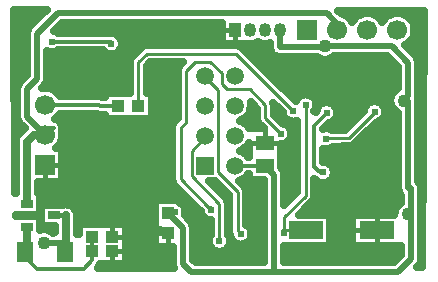
<source format=gbr>
G04 DipTrace 3.3.1.3*
G04 Bottom.gbr*
%MOIN*%
G04 #@! TF.FileFunction,Copper,L2,Bot*
G04 #@! TF.Part,Single*
G04 #@! TA.AperFunction,Conductor*
%ADD10C,0.009843*%
%ADD14C,0.011811*%
%ADD15C,0.019685*%
%ADD17C,0.027559*%
G04 #@! TA.AperFunction,CopperBalancing*
%ADD19C,0.015748*%
%ADD20C,0.025*%
%ADD21R,0.043307X0.03937*%
%ADD22R,0.03937X0.043307*%
%ADD23R,0.059055X0.051181*%
%ADD26R,0.055118X0.070866*%
G04 #@! TA.AperFunction,ComponentPad*
%ADD29R,0.05937X0.05937*%
%ADD30C,0.05937*%
%ADD32R,0.041339X0.025591*%
G04 #@! TA.AperFunction,ComponentPad*
%ADD33R,0.066929X0.066929*%
%ADD34C,0.066929*%
%ADD35R,0.11811X0.059055*%
G04 #@! TA.AperFunction,ComponentPad*
%ADD36R,0.041339X0.045276*%
%ADD37O,0.041339X0.045276*%
G04 #@! TA.AperFunction,ViaPad*
%ADD44C,0.024409*%
%ADD45C,0.043307*%
%FSLAX26Y26*%
G04*
G70*
G90*
G75*
G01*
G04 Bottom*
%LPD*%
X935677Y619529D2*
D15*
Y623744D1*
X959604D1*
X1309852Y1228508D2*
Y1172790D1*
X1457408D1*
X1460541Y1175923D1*
X1682526D1*
X1737614Y1120835D1*
Y1008720D1*
X1723600Y994706D1*
X1737741D1*
Y701984D1*
X1748470D1*
Y626558D1*
Y467820D1*
X1705287Y424638D1*
X1291888D1*
Y422219D1*
X1015352D1*
X986433Y451138D1*
Y571228D1*
X938133Y619529D1*
X935677D1*
X1260549Y778093D2*
D14*
X1166892D1*
Y771572D1*
X1160412Y778052D1*
X1291888Y424638D2*
D15*
Y746753D1*
X1260549Y778093D1*
X1736902Y614990D2*
X1748470Y626558D1*
X527479Y880333D2*
D14*
X489864D1*
D17*
X466303Y856773D1*
Y649241D1*
X820332Y1287016D2*
D15*
X1465852D1*
X1502024Y1250844D1*
Y1230612D1*
X555892Y904531D2*
D14*
X527479D1*
Y880333D1*
X510377Y904531D2*
X527479D1*
Y880333D2*
D15*
X468652Y939160D1*
Y1034192D1*
X500129Y1065668D1*
Y1217656D1*
X569488Y1287016D1*
X820332D1*
X1396182Y979909D2*
D10*
Y677154D1*
X1324392Y605364D1*
Y553239D1*
X1316031Y561600D1*
X1395667D1*
X1060412Y878052D2*
Y872154D1*
X1015774Y827516D1*
Y743123D1*
X1108686Y650211D1*
Y525858D1*
X1060412Y1078052D2*
Y1074754D1*
X1103660Y1031507D1*
Y756404D1*
X1168953Y691112D1*
Y560719D1*
X1179707Y549965D1*
X1465445Y867012D2*
Y869820D1*
X1539112D1*
X1625934Y956643D1*
X1081157Y630508D2*
Y640261D1*
X1072055D1*
X979400Y732916D1*
Y904550D1*
X998407Y923556D1*
Y1094829D1*
X1027824Y1124247D1*
X1078329D1*
X1116780Y1085797D1*
Y1050797D1*
X1135400Y1032176D1*
X1208995D1*
X1261310Y979861D1*
Y936413D1*
X1313625Y884098D1*
X527479Y980333D2*
D14*
X706719D1*
X711453Y975600D1*
X770999D1*
X556854Y611840D2*
D19*
X596228D1*
D17*
Y493567D1*
D19*
X593038Y490377D1*
X523999Y521508D2*
D15*
X593038D1*
Y490377D1*
X466303Y574438D2*
D17*
Y490377D1*
D14*
X459180D1*
X443210D1*
X499041Y434546D1*
X657602D1*
X685131Y462075D1*
Y492033D1*
X683730D1*
Y538005D1*
X684858Y539134D1*
X1454488Y755122D2*
D10*
X1443423D1*
D14*
X1423808Y774736D1*
Y911038D1*
X1466428Y953657D1*
X837928Y975600D2*
D10*
Y1122890D1*
X866542Y1151504D1*
X1163161D1*
X1354781Y959885D1*
X747938Y1184180D2*
D14*
Y1191367D1*
X551487D1*
D44*
X959604Y623744D3*
D45*
X1723600Y994706D3*
X1460541Y1175923D3*
X1736902Y614990D3*
D44*
X820332Y1287016D3*
D3*
X1396182Y979909D3*
X1324392Y553239D3*
X1108686Y525858D3*
X1179707Y549965D3*
X1465445Y867012D3*
X1625934Y956643D3*
X1081157Y630508D3*
X1313625Y884098D3*
D45*
X523999Y521508D3*
D44*
X1454488Y755122D3*
X1466428Y953657D3*
X1354781Y959885D3*
X1466428Y953657D3*
X747938Y1184180D3*
X551487Y1191367D3*
X1700173Y854752D3*
X1483399Y696827D3*
X1661156Y1030056D3*
X1463766Y1029907D3*
X1319343Y1127322D3*
X1777290Y1031706D3*
X1504365Y916010D3*
X1311661Y963390D3*
X872705Y1244102D3*
X963196Y1192039D3*
X947177Y723451D3*
X946457Y450861D3*
X698232Y1112556D3*
X867175Y921425D3*
X906633Y565552D3*
X1533874Y719684D3*
X1506896Y757336D3*
X918259Y1063270D3*
X1341060Y737041D3*
X1508751Y1142529D3*
X508112Y646970D3*
X1060698Y1252622D3*
X767366Y900638D3*
X1771133Y824934D3*
X1618567Y820385D3*
X904780Y839104D3*
X786585Y1145883D3*
X775945Y688042D3*
X1490920Y496319D3*
X432942Y903789D3*
X430747Y818063D3*
X1550315Y1271699D3*
X1550454Y646541D3*
X1617467Y647581D3*
X704062Y876462D3*
X1774556Y768814D3*
X725780Y448820D3*
X427177Y1272165D2*
D20*
X505213D1*
X1543247D2*
X1560818D1*
X1643220D2*
X1660827D1*
X1743229D2*
X1786888D1*
X427356Y1247297D2*
X480345D1*
X579182D2*
X1115710D1*
X1758803D2*
X1786781D1*
X427536Y1222428D2*
X464807D1*
X571252D2*
X1115710D1*
X1760705D2*
X1786637D1*
X427679Y1197559D2*
X464448D1*
X783363D2*
X1115710D1*
X1750693D2*
X1786529D1*
X427859Y1172690D2*
X464448D1*
X784045D2*
X845359D1*
X1184333D2*
X1274175D1*
X1735155D2*
X1786422D1*
X428002Y1147822D2*
X464448D1*
X535798D2*
X820420D1*
X1209309D2*
X1285514D1*
X1760023D2*
X1786278D1*
X428182Y1122953D2*
X464448D1*
X535798D2*
X807178D1*
X880430D2*
X984087D1*
X1234176D2*
X1686090D1*
X1773229D2*
X1786171D1*
X428361Y1098084D2*
X464448D1*
X535798D2*
X807178D1*
X868660D2*
X967832D1*
X1259044D2*
X1701950D1*
X1773300D2*
X1786063D1*
X428505Y1073215D2*
X458276D1*
X535798D2*
X807178D1*
X868660D2*
X967652D1*
X1283912D2*
X1701950D1*
X1773300D2*
X1785919D1*
X530918Y1048346D2*
X807178D1*
X868660D2*
X967652D1*
X1308780D2*
X1701950D1*
X1773300D2*
X1785812D1*
X566910Y1023478D2*
X807178D1*
X868660D2*
X967652D1*
X1333647D2*
X1686520D1*
X885418Y998609D2*
X967652D1*
X1428884D2*
X1676293D1*
X885418Y973740D2*
X967652D1*
X1498248D2*
X1592288D1*
X1659583D2*
X1681317D1*
X577244Y948871D2*
X697121D1*
X885418D2*
X967652D1*
X1207155D2*
X1230576D1*
X1292057D2*
X1318492D1*
X1504133D2*
X1575710D1*
X1663100D2*
X1702058D1*
X580187Y924003D2*
X956421D1*
X1189357D2*
X1233447D1*
X1316172D2*
X1365429D1*
X1488488D2*
X1550842D1*
X1642467D2*
X1702058D1*
X429653Y899134D2*
X453683D1*
X587113D2*
X948670D1*
X1348324D2*
X1365429D1*
X1483141D2*
X1525974D1*
X1610888D2*
X1702058D1*
X586431Y874265D2*
X948670D1*
X1350262D2*
X1365429D1*
X1586021D2*
X1702058D1*
X577603Y849396D2*
X948670D1*
X1323743D2*
X1365429D1*
X1561117D2*
X1702058D1*
X586754Y824528D2*
X948670D1*
X1188424D2*
X1205206D1*
X1315920D2*
X1365429D1*
X1455546D2*
X1702058D1*
X586754Y799659D2*
X948670D1*
X1315920D2*
X1365429D1*
X1455546D2*
X1702058D1*
X586754Y774790D2*
X948670D1*
X1315920D2*
X1365429D1*
X1486586D2*
X1702058D1*
X586754Y749921D2*
X948670D1*
X1327403D2*
X1365429D1*
X1492148D2*
X1702058D1*
X586754Y725052D2*
X949782D1*
X1177443D2*
X1256233D1*
X1327547D2*
X1365429D1*
X1475928D2*
X1702058D1*
X505907Y700184D2*
X969698D1*
X1101154D2*
X1117433D1*
X1198220D2*
X1256233D1*
X1327547D2*
X1365429D1*
X1426946D2*
X1702130D1*
X512796Y675315D2*
X994565D1*
X1199692D2*
X1256233D1*
X1327547D2*
X1351900D1*
X1426874D2*
X1712787D1*
X512796Y650446D2*
X890178D1*
X985535D2*
X1019433D1*
X1199692D2*
X1256233D1*
X1411911D2*
X1706723D1*
X633188Y625577D2*
X890178D1*
X997592D2*
X1043476D1*
X1199692D2*
X1256233D1*
X1387043D2*
X1690683D1*
X635843Y600709D2*
X890178D1*
X1006348D2*
X1059301D1*
X1199692D2*
X1256233D1*
X1480557D2*
X1548330D1*
X799260Y575840D2*
X890178D1*
X1021778D2*
X1077924D1*
X1206545D2*
X1256233D1*
X1480557D2*
X1548330D1*
X799260Y550971D2*
X890178D1*
X1022101D2*
X1077924D1*
X1217741D2*
X1256233D1*
X1480557D2*
X1548330D1*
X799260Y526102D2*
X890178D1*
X1022101D2*
X1070640D1*
X1208519D2*
X1256233D1*
X1480557D2*
X1548330D1*
X799260Y501234D2*
X950751D1*
X1022101D2*
X1080580D1*
X1136787D2*
X1256233D1*
X1327547D2*
X1712787D1*
X798148Y476365D2*
X950751D1*
X1022101D2*
X1256233D1*
X1327547D2*
X1707620D1*
X798148Y451496D2*
X950751D1*
X901852Y664509D2*
X978689D1*
Y653708D1*
X982680Y650762D1*
X986622Y646820D1*
X989899Y642309D1*
X992430Y637341D1*
X994153Y632039D1*
X995026Y626532D1*
Y620956D1*
X994153Y615449D1*
X992970Y611609D1*
X1011655Y592770D1*
X1014715Y588559D1*
X1017078Y583922D1*
X1018686Y578972D1*
X1019500Y573831D1*
X1019602Y506924D1*
Y464904D1*
X1029095Y455384D1*
X1258754Y455388D1*
X1258719Y729187D1*
X1207694Y729176D1*
Y748876D1*
X1204677Y748861D1*
X1200723Y743623D1*
X1194841Y737741D1*
X1188111Y732852D1*
X1180699Y729075D1*
X1173335Y726659D1*
X1190433Y709457D1*
X1193038Y705871D1*
X1195051Y701922D1*
X1196420Y697706D1*
X1197114Y693328D1*
X1197201Y599248D1*
Y580911D1*
X1202783Y576983D1*
X1206726Y573040D1*
X1210003Y568530D1*
X1212534Y563562D1*
X1214257Y558259D1*
X1215129Y552752D1*
Y547177D1*
X1214257Y541670D1*
X1212534Y536367D1*
X1210003Y531399D1*
X1206726Y526889D1*
X1202783Y522946D1*
X1198273Y519669D1*
X1193305Y517138D1*
X1188002Y515415D1*
X1182495Y514543D1*
X1176920D1*
X1171413Y515415D1*
X1166110Y517138D1*
X1161142Y519669D1*
X1156631Y522946D1*
X1152689Y526889D1*
X1149412Y531399D1*
X1146881Y536367D1*
X1145158Y541670D1*
X1144320Y546885D1*
X1142087Y551990D1*
X1141052Y556300D1*
X1140705Y560719D1*
Y679388D1*
X1095051Y725040D1*
X1073801D1*
X1130166Y668557D1*
X1132772Y664971D1*
X1134784Y661021D1*
X1136154Y656806D1*
X1136847Y652428D1*
X1136935Y558348D1*
Y547403D1*
X1140345Y541989D1*
X1142479Y536838D1*
X1143780Y531417D1*
X1144218Y525858D1*
X1143780Y520300D1*
X1142479Y514878D1*
X1140345Y509727D1*
X1137432Y504973D1*
X1133811Y500734D1*
X1129571Y497113D1*
X1124817Y494199D1*
X1119666Y492066D1*
X1114245Y490764D1*
X1108686Y490327D1*
X1103128Y490764D1*
X1097707Y492066D1*
X1092555Y494199D1*
X1087801Y497113D1*
X1083562Y500734D1*
X1079941Y504973D1*
X1077028Y509727D1*
X1074894Y514878D1*
X1073592Y520300D1*
X1073155Y525858D1*
X1073592Y531417D1*
X1074894Y536838D1*
X1077028Y541989D1*
X1080433Y547368D1*
X1080438Y595007D1*
X1075599Y595414D1*
X1070178Y596715D1*
X1065027Y598849D1*
X1060273Y601762D1*
X1056033Y605383D1*
X1052412Y609623D1*
X1049499Y614377D1*
X1047365Y619528D1*
X1046063Y624950D1*
X1045585Y626782D1*
X957920Y714570D1*
X955315Y718156D1*
X953302Y722106D1*
X951933Y726322D1*
X951239Y730700D1*
X951152Y824780D1*
X951239Y906766D1*
X951933Y911144D1*
X953302Y915360D1*
X955315Y919309D1*
X957920Y922896D1*
X970159Y935257D1*
X970246Y1097046D1*
X970939Y1101424D1*
X972309Y1105639D1*
X974321Y1109589D1*
X976927Y1113175D1*
X986882Y1123253D1*
X878277Y1123256D1*
X866192Y1111205D1*
X866176Y1018646D1*
X882908Y1018611D1*
Y932588D1*
X726019D1*
Y946403D1*
X709159Y946457D1*
X704629Y947175D1*
X700266Y948592D1*
X696171Y950680D1*
X679160Y951101D1*
X576137D1*
X573424Y946952D1*
X567637Y940176D1*
X560860Y934388D1*
X559571Y933527D1*
X564926Y932333D1*
X569164Y930578D1*
X573075Y928181D1*
X576563Y925202D1*
X579542Y921714D1*
X581939Y917803D1*
X583694Y913565D1*
X584765Y909104D1*
X585125Y904531D1*
X584765Y899959D1*
X583694Y895498D1*
X582806Y893141D1*
X584095Y884789D1*
Y875878D1*
X582701Y867076D1*
X579947Y858600D1*
X575902Y850660D1*
X570663Y843450D1*
X564389Y837124D1*
X584271D1*
Y723542D1*
X503409D1*
X503410Y685354D1*
X510299Y685363D1*
Y613119D1*
X474810D1*
X469214Y612249D1*
X463392D1*
X457853Y613118D1*
X429022Y613119D1*
X429074Y610572D1*
X457797Y610560D1*
X463392Y611430D1*
X469214D1*
X474753Y610562D1*
X510299Y610560D1*
Y564377D1*
X516962Y565934D1*
X523999Y566488D1*
X531035Y565934D1*
X537898Y564287D1*
X544419Y561586D1*
X550437Y557898D1*
X554336Y554672D1*
X559122Y557871D1*
Y575706D1*
X512858Y575718D1*
Y647962D1*
X587749D1*
X593317Y648832D1*
X599140D1*
X604891Y647921D1*
X610428Y646122D1*
X615616Y643478D1*
X620327Y640056D1*
X624444Y635939D1*
X627867Y631228D1*
X630510Y626040D1*
X632309Y620502D1*
X633220Y614751D1*
X633335Y565908D1*
Y549150D1*
X639865Y549136D1*
X639878Y582145D1*
X796768D1*
Y496122D1*
X795641D1*
X795639Y449021D1*
X711177Y448804D1*
X708781Y444892D1*
X705795Y441398D1*
X702545Y435156D1*
X956782Y436290D1*
X954887Y440888D1*
X953672Y445949D1*
X953264Y451138D1*
Y507584D1*
X892665Y507619D1*
Y664509D1*
X901852D1*
X1313403Y804009D2*
Y772144D1*
X1318723Y766250D1*
X1321443Y761812D1*
X1323434Y757003D1*
X1324649Y751942D1*
X1325057Y746743D1*
X1325058Y645955D1*
X1367929Y688849D1*
X1367934Y926872D1*
X1363076Y925335D1*
X1357569Y924463D1*
X1351993D1*
X1346486Y925335D1*
X1341184Y927058D1*
X1336216Y929589D1*
X1331705Y932866D1*
X1327762Y936809D1*
X1324485Y941319D1*
X1321954Y946287D1*
X1320231Y951590D1*
X1319593Y955116D1*
X1288905Y985812D1*
X1289558Y979861D1*
Y948103D1*
X1318356Y919317D1*
X1324605Y917891D1*
X1329756Y915757D1*
X1334510Y912844D1*
X1338749Y909223D1*
X1342370Y904983D1*
X1345283Y900229D1*
X1347417Y895078D1*
X1348719Y889657D1*
X1349156Y884098D1*
X1348719Y878540D1*
X1347417Y873119D1*
X1345283Y867967D1*
X1342370Y863214D1*
X1338749Y858974D1*
X1334510Y855353D1*
X1329756Y852440D1*
X1324605Y850306D1*
X1319183Y849004D1*
X1313403Y848533D1*
X1313396Y803979D1*
X1207694Y807296D2*
X1207646Y853985D1*
X1203300Y846892D1*
X1197897Y840567D1*
X1191572Y835164D1*
X1184479Y830818D1*
X1177968Y828068D1*
X1184479Y825286D1*
X1191572Y820939D1*
X1197897Y815537D1*
X1203300Y809211D1*
X1204555Y807332D1*
X1207802Y901814D2*
X1255959D1*
X1239830Y918068D1*
X1237224Y921654D1*
X1235212Y925603D1*
X1233842Y929819D1*
X1233149Y934197D1*
X1233062Y968171D1*
X1212282Y988940D1*
X1213261Y982211D1*
Y973893D1*
X1211959Y965676D1*
X1209389Y957765D1*
X1205612Y950353D1*
X1200723Y943623D1*
X1194841Y937741D1*
X1188111Y932852D1*
X1180699Y929075D1*
X1177968Y928068D1*
X1184479Y925286D1*
X1191572Y920939D1*
X1197897Y915537D1*
X1203300Y909211D1*
X1207789Y901809D1*
X802134Y1018611D2*
X809706D1*
X809767Y1125106D1*
X810460Y1129484D1*
X811830Y1133700D1*
X813842Y1137649D1*
X816448Y1141235D1*
X846568Y1171478D1*
X849938Y1174357D1*
X853718Y1176673D1*
X857813Y1178369D1*
X862123Y1179404D1*
X866542Y1179752D1*
X1165378Y1179665D1*
X1169756Y1178971D1*
X1173971Y1177602D1*
X1177921Y1175589D1*
X1181507Y1172984D1*
X1248093Y1106521D1*
X1359510Y995104D1*
X1363673Y994266D1*
X1365887Y998475D1*
X1369164Y1002985D1*
X1373107Y1006928D1*
X1377617Y1010205D1*
X1382585Y1012736D1*
X1387888Y1014459D1*
X1393395Y1015331D1*
X1398970D1*
X1404477Y1014459D1*
X1409780Y1012736D1*
X1414748Y1010205D1*
X1419258Y1006928D1*
X1423201Y1002985D1*
X1426478Y998475D1*
X1429009Y993507D1*
X1430732Y988204D1*
X1431604Y982697D1*
Y977122D1*
X1430732Y971615D1*
X1429009Y966312D1*
X1426478Y961344D1*
X1424435Y958400D1*
X1429121Y957691D1*
X1431481Y960051D1*
X1432635Y964637D1*
X1434769Y969788D1*
X1437682Y974542D1*
X1441303Y978782D1*
X1445543Y982403D1*
X1450297Y985316D1*
X1455448Y987450D1*
X1460869Y988752D1*
X1466428Y989189D1*
X1471986Y988752D1*
X1477408Y987450D1*
X1482559Y985316D1*
X1487313Y982403D1*
X1491552Y978782D1*
X1495173Y974542D1*
X1498087Y969788D1*
X1500220Y964637D1*
X1501522Y959216D1*
X1501959Y953657D1*
X1501522Y948099D1*
X1500220Y942678D1*
X1498087Y937527D1*
X1495173Y932773D1*
X1491552Y928533D1*
X1487313Y924912D1*
X1482559Y921999D1*
X1477408Y919865D1*
X1472852Y918736D1*
X1455102Y900990D1*
X1459887Y902106D1*
X1465445Y902543D1*
X1471003Y902106D1*
X1476425Y900804D1*
X1482650Y898069D1*
X1527417Y898068D1*
X1590717Y961375D1*
X1592142Y967623D1*
X1594276Y972774D1*
X1597189Y977528D1*
X1600810Y981768D1*
X1605049Y985389D1*
X1609803Y988302D1*
X1614955Y990436D1*
X1620376Y991737D1*
X1625934Y992175D1*
X1631493Y991737D1*
X1636914Y990436D1*
X1642065Y988302D1*
X1646819Y985389D1*
X1651059Y981768D1*
X1654680Y977528D1*
X1657593Y972774D1*
X1659727Y967623D1*
X1661028Y962201D1*
X1661466Y956643D1*
X1661028Y951085D1*
X1659727Y945663D1*
X1657593Y940512D1*
X1654680Y935758D1*
X1651059Y931518D1*
X1646819Y927897D1*
X1642065Y924984D1*
X1636914Y922851D1*
X1630703Y921455D1*
X1557457Y848340D1*
X1553871Y845735D1*
X1549922Y843722D1*
X1545706Y842353D1*
X1541328Y841659D1*
X1490273Y841572D1*
X1486330Y838266D1*
X1481576Y835353D1*
X1476425Y833219D1*
X1471003Y831918D1*
X1465445Y831480D1*
X1459887Y831918D1*
X1454465Y833219D1*
X1453044Y833744D1*
X1453041Y790647D1*
X1460047Y790216D1*
X1465468Y788915D1*
X1470619Y786781D1*
X1475373Y783868D1*
X1479613Y780247D1*
X1483234Y776007D1*
X1486147Y771253D1*
X1488281Y766102D1*
X1489582Y760680D1*
X1490020Y755122D1*
X1489582Y749564D1*
X1488281Y744142D1*
X1486147Y738991D1*
X1483234Y734237D1*
X1479613Y729997D1*
X1475373Y726376D1*
X1470619Y723463D1*
X1465468Y721330D1*
X1460047Y720028D1*
X1454488Y719591D1*
X1448930Y720028D1*
X1443508Y721330D1*
X1438357Y723463D1*
X1433603Y726376D1*
X1430151Y729076D1*
X1426240Y731473D1*
X1424431Y732900D1*
X1424343Y674937D1*
X1423650Y670559D1*
X1422280Y666343D1*
X1420268Y662394D1*
X1417662Y658808D1*
X1373452Y614475D1*
X1478049Y614454D1*
Y508745D1*
X1325075D1*
X1325058Y457778D1*
X1691531Y457807D1*
X1715301Y481560D1*
X1715300Y508764D1*
X1550835Y508745D1*
Y614454D1*
X1691924D1*
X1692475Y622026D1*
X1694123Y628889D1*
X1696824Y635410D1*
X1700512Y641428D1*
X1705096Y646795D1*
X1710463Y651379D1*
X1715289Y654400D1*
X1715300Y677549D1*
X1710907Y682488D1*
X1708187Y686926D1*
X1706195Y691734D1*
X1704980Y696795D1*
X1704572Y701994D1*
Y953927D1*
X1700098Y956354D1*
X1694387Y960503D1*
X1689396Y965494D1*
X1685248Y971204D1*
X1682043Y977493D1*
X1679862Y984206D1*
X1678758Y991177D1*
Y998235D1*
X1679862Y1005206D1*
X1682043Y1011919D1*
X1685248Y1018208D1*
X1689396Y1023918D1*
X1694387Y1028909D1*
X1700098Y1033058D1*
X1704445Y1035367D1*
Y1107079D1*
X1668766Y1142774D1*
X1490941Y1142753D1*
X1486979Y1139533D1*
X1480961Y1135845D1*
X1474440Y1133144D1*
X1467577Y1131496D1*
X1460541Y1130942D1*
X1453504Y1131496D1*
X1446641Y1133144D1*
X1440120Y1135845D1*
X1433983Y1139627D1*
X1307249Y1139723D1*
X1302108Y1140537D1*
X1297158Y1142146D1*
X1292521Y1144509D1*
X1288310Y1147568D1*
X1284630Y1151248D1*
X1281570Y1155459D1*
X1279207Y1160097D1*
X1277599Y1165047D1*
X1276785Y1170188D1*
X1276682Y1185601D1*
X1270910Y1183759D1*
X1264091Y1182679D1*
X1257187D1*
X1250368Y1183759D1*
X1243803Y1185892D1*
X1237651Y1189027D1*
X1236069Y1190084D1*
X1231400Y1187339D1*
X1225022Y1184697D1*
X1218309Y1183085D1*
X1211427Y1182543D1*
X1206219Y1182887D1*
X1206210Y1182543D1*
X1118218D1*
Y1253845D1*
X833106Y1253846D1*
X828627Y1252466D1*
X823120Y1251594D1*
X817544D1*
X812037Y1252466D1*
X807665Y1253846D1*
X583245D1*
X555973Y1226592D1*
X562467Y1225160D1*
X567618Y1223026D1*
X571638Y1220603D1*
X750232Y1220510D1*
X754762Y1219792D1*
X759125Y1218375D1*
X766503Y1214475D1*
X771014Y1211198D1*
X774957Y1207256D1*
X778234Y1202745D1*
X780765Y1197777D1*
X782488Y1192474D1*
X783360Y1186968D1*
Y1181392D1*
X782488Y1175885D1*
X780765Y1170582D1*
X778234Y1165615D1*
X774957Y1161104D1*
X771014Y1157161D1*
X766503Y1153884D1*
X761536Y1151353D1*
X756233Y1149630D1*
X750726Y1148758D1*
X745151D1*
X739644Y1149630D1*
X734341Y1151353D1*
X729373Y1153884D1*
X724862Y1157161D1*
X720920Y1161104D1*
X720104Y1162140D1*
X571711Y1162135D1*
X567618Y1159709D1*
X562467Y1157575D1*
X557045Y1156273D1*
X551487Y1155836D1*
X545929Y1156273D1*
X540507Y1157575D1*
X535356Y1159709D1*
X533293Y1160864D1*
X533196Y1063066D1*
X532381Y1057925D1*
X530773Y1052975D1*
X528410Y1048337D1*
X525351Y1044126D1*
X523575Y1042207D1*
X523023Y1036950D1*
X531935D1*
X540737Y1035556D1*
X549212Y1032802D1*
X557152Y1028756D1*
X564362Y1023518D1*
X570663Y1017216D1*
X575902Y1010007D1*
X576148Y1009566D1*
X709013Y1009476D1*
X713543Y1008758D1*
X717906Y1007341D1*
X722001Y1005253D1*
X726019Y1006079D1*
Y1018611D1*
X802134D1*
X517587Y1036225D2*
X523023Y1036950D1*
X1513624Y1286163D2*
X1519573Y1284623D1*
X1527806Y1281213D1*
X1535405Y1276557D1*
X1542181Y1270769D1*
X1547969Y1263993D1*
X1552004Y1257504D1*
X1556078Y1263993D1*
X1561866Y1270769D1*
X1568643Y1276557D1*
X1576241Y1281213D1*
X1584474Y1284623D1*
X1593139Y1286704D1*
X1602024Y1287403D1*
X1610908Y1286704D1*
X1619573Y1284623D1*
X1627806Y1281213D1*
X1635405Y1276557D1*
X1642181Y1270769D1*
X1647969Y1263993D1*
X1652004Y1257504D1*
X1656078Y1263993D1*
X1661866Y1270769D1*
X1668643Y1276557D1*
X1676241Y1281213D1*
X1684474Y1284623D1*
X1693139Y1286704D1*
X1702024Y1287403D1*
X1710908Y1286704D1*
X1719573Y1284623D1*
X1727806Y1281213D1*
X1735405Y1276557D1*
X1742181Y1270769D1*
X1747969Y1263993D1*
X1752625Y1256394D1*
X1756035Y1248161D1*
X1758116Y1239496D1*
X1758815Y1230612D1*
X1758116Y1221727D1*
X1756035Y1213062D1*
X1752625Y1204829D1*
X1747969Y1197230D1*
X1742181Y1190454D1*
X1735405Y1184666D1*
X1727806Y1180010D1*
X1726114Y1179230D1*
X1762836Y1142376D1*
X1765896Y1138166D1*
X1768259Y1133528D1*
X1769867Y1128578D1*
X1770681Y1123437D1*
X1770784Y1056530D1*
X1770681Y1006118D1*
X1770373Y1003522D1*
X1770911Y994706D1*
Y726400D1*
X1775304Y721481D1*
X1778024Y717043D1*
X1780016Y712234D1*
X1781231Y707173D1*
X1781639Y701984D1*
X1781743Y618519D1*
Y611460D1*
X1781639Y580626D1*
X1781537Y465218D1*
X1780723Y460077D1*
X1779114Y455127D1*
X1776751Y450489D1*
X1773692Y446278D1*
X1767484Y439925D1*
X1785340Y439987D1*
X1789498Y1293801D1*
X1505304Y1294486D1*
X1513538Y1286238D1*
X440090Y883037D2*
X458969Y901915D1*
X443430Y917618D1*
X440371Y921829D1*
X438008Y926467D1*
X436399Y931417D1*
X435585Y936558D1*
X435483Y1003465D1*
X435585Y1036794D1*
X436399Y1041935D1*
X438008Y1046885D1*
X440371Y1051523D1*
X443430Y1055733D1*
X466943Y1079391D1*
X467062Y1220259D1*
X467876Y1225399D1*
X469484Y1230350D1*
X471847Y1234987D1*
X474906Y1239198D1*
X522144Y1286581D1*
X532319Y1296755D1*
X424547Y1297005D1*
X428579Y685353D1*
X429197Y685987D1*
X429311Y859684D1*
X430222Y865435D1*
X432021Y870973D1*
X434665Y876161D1*
X438087Y880872D1*
X440073Y883019D1*
X832999Y1253846D2*
X828627Y1252466D1*
X823120Y1251594D1*
X817544D1*
X812037Y1252466D1*
X807665Y1253846D1*
X1431506Y960082D2*
X1432635Y964637D1*
X1434769Y969788D1*
X1437682Y974542D1*
X1441303Y978782D1*
X1445543Y982403D1*
X1450297Y985316D1*
X1455448Y987450D1*
X1460869Y988752D1*
X1466428Y989189D1*
X1471986Y988752D1*
X1477408Y987450D1*
X1482559Y985316D1*
X1487313Y982403D1*
X1491552Y978782D1*
X1495173Y974542D1*
X1498087Y969788D1*
X1500220Y964637D1*
X1501522Y959216D1*
X1501959Y953657D1*
X1501522Y948099D1*
X1500220Y942678D1*
X1498087Y937527D1*
X1495173Y932773D1*
X1491552Y928533D1*
X1487313Y924912D1*
X1482559Y921999D1*
X1477408Y919865D1*
X1472852Y918736D1*
X935677Y552600D2*
D19*
Y507655D1*
X892701Y552600D2*
X935677D1*
X1260549Y901778D2*
Y852896D1*
X1207730D2*
X1313367D1*
X750659Y492033D2*
Y449057D1*
Y492033D2*
X795603D1*
X751787Y582110D2*
Y539134D1*
X796732D1*
X527479Y780333D2*
Y723578D1*
Y780333D2*
X584235D1*
X1633217Y614418D2*
Y508781D1*
X1550871Y561600D2*
X1633217D1*
X1162214Y1228508D2*
Y1182579D1*
X1118254Y1228508D2*
X1162214D1*
D22*
X935677Y619529D3*
Y552600D3*
D23*
X1260549Y778093D3*
Y852896D3*
D21*
X683730Y492033D3*
X750659D3*
D26*
X593038Y490377D3*
X459180D3*
D29*
X1060412Y778052D3*
D30*
X1160412Y1078052D3*
Y978052D3*
Y878052D3*
Y778052D3*
X1060412Y878052D3*
Y978052D3*
Y1078052D3*
D32*
X466303Y574438D3*
Y649241D3*
X556854Y611840D3*
D21*
X837928Y975600D3*
X770999D3*
X751787Y539134D3*
X684858D3*
D33*
X527479Y780333D3*
D34*
Y880333D3*
Y980333D3*
D33*
X1402024Y1230612D3*
D34*
X1502024D3*
X1602024D3*
X1702024D3*
D35*
X1395667Y561600D3*
X1633217D3*
D36*
X1162214Y1228508D3*
D37*
X1211427D3*
X1260639D3*
X1309852D3*
M02*

</source>
